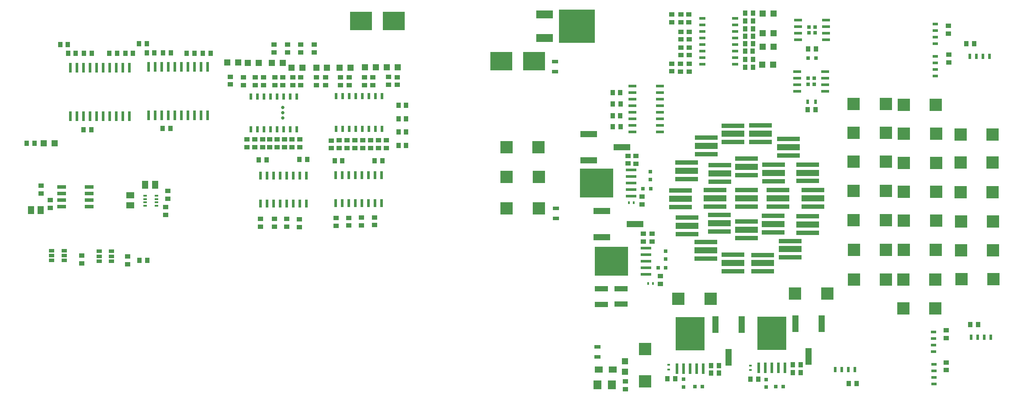
<source format=gbr>
G04 #@! TF.FileFunction,Paste,Top*
%FSLAX46Y46*%
G04 Gerber Fmt 4.6, Leading zero omitted, Abs format (unit mm)*
G04 Created by KiCad (PCBNEW 4.0.1-stable) date 1/20/2016 12:58:46 AM*
%MOMM*%
G01*
G04 APERTURE LIST*
%ADD10C,0.100000*%
%ADD11R,0.600000X1.950000*%
%ADD12R,1.000760X0.899160*%
%ADD13R,0.899160X1.000760*%
%ADD14R,1.498600X1.300480*%
%ADD15R,1.300480X1.498600*%
%ADD16R,4.191000X3.556000*%
%ADD17R,1.000760X0.701040*%
%ADD18C,0.650000*%
%ADD19R,0.600000X1.500000*%
%ADD20R,0.508000X1.143000*%
%ADD21R,0.700000X0.350000*%
%ADD22R,1.798320X0.797560*%
%ADD23R,1.198880X1.198880*%
%ADD24R,0.500000X0.900000*%
%ADD25R,1.300000X0.700000*%
%ADD26R,2.430000X2.370000*%
%ADD27R,0.800000X0.750000*%
%ADD28R,2.370000X2.430000*%
%ADD29R,0.750000X0.800000*%
%ADD30R,0.600000X0.400000*%
%ADD31R,0.400000X0.600000*%
%ADD32R,1.500000X1.200000*%
%ADD33R,1.600200X1.803400*%
%ADD34R,1.193800X3.302000*%
%ADD35R,3.302000X1.193800*%
%ADD36R,1.143000X0.508000*%
%ADD37R,1.500000X0.600000*%
%ADD38R,1.550000X0.600000*%
%ADD39R,0.705000X0.705000*%
%ADD40R,0.596900X1.998980*%
%ADD41R,5.598160X6.499860*%
%ADD42R,1.998980X0.596900*%
%ADD43R,6.499860X5.598160*%
%ADD44R,3.200400X1.600200*%
%ADD45R,7.000240X6.499860*%
%ADD46R,2.500000X1.000000*%
%ADD47R,4.500000X1.300000*%
%ADD48R,4.500000X0.900000*%
%ADD49R,0.600000X1.050000*%
%ADD50R,1.050000X0.600000*%
G04 APERTURE END LIST*
D10*
D11*
X43776900Y-41984660D03*
X45046900Y-41984660D03*
X46316900Y-41984660D03*
X47586900Y-41984660D03*
X48856900Y-41984660D03*
X50126900Y-41984660D03*
X51396900Y-41984660D03*
X52666900Y-41984660D03*
X53936900Y-41984660D03*
X55206900Y-41984660D03*
X55206900Y-32584660D03*
X53936900Y-32584660D03*
X52666900Y-32584660D03*
X51396900Y-32584660D03*
X50126900Y-32584660D03*
X48856900Y-32584660D03*
X47586900Y-32584660D03*
X46316900Y-32584660D03*
X45046900Y-32584660D03*
X43776900Y-32584660D03*
D12*
X39720520Y-70835520D03*
X39720520Y-69331840D03*
X30855920Y-69174360D03*
X30855920Y-70678040D03*
D13*
X87543640Y-50789840D03*
X89047320Y-50789840D03*
X79809340Y-50751740D03*
X81313020Y-50751740D03*
X72989440Y-50523140D03*
X74493120Y-50523140D03*
X65105280Y-50586640D03*
X66608960Y-50586640D03*
D14*
X40215820Y-57508140D03*
X40215820Y-59413140D03*
D15*
X20975320Y-60327540D03*
X22880320Y-60327540D03*
X45041820Y-55399940D03*
X43136820Y-55399940D03*
D13*
X32687260Y-44782740D03*
X31183580Y-44782740D03*
X47967900Y-44541440D03*
X46464220Y-44541440D03*
X36189920Y-29961840D03*
X37693600Y-29961840D03*
X51170840Y-29949140D03*
X52674520Y-29949140D03*
X28171140Y-29936440D03*
X29674820Y-29936440D03*
X43411140Y-29872940D03*
X44914820Y-29872940D03*
X39250620Y-29974540D03*
X40754300Y-29974540D03*
X31275020Y-29936440D03*
X32778700Y-29936440D03*
X54282340Y-29949140D03*
X55786020Y-29949140D03*
X46578520Y-29872940D03*
X48082200Y-29872940D03*
X28138120Y-28234640D03*
X26634440Y-28234640D03*
X43446700Y-28056840D03*
X41943020Y-28056840D03*
D16*
X91307920Y-23688040D03*
X84957920Y-23688040D03*
D13*
X21663660Y-47398940D03*
X20159980Y-47398940D03*
X92174296Y-40048560D03*
X93677976Y-40048560D03*
X92174296Y-42624844D03*
X93677976Y-42624844D03*
X92174295Y-45201130D03*
X93677975Y-45201130D03*
X92174296Y-47777416D03*
X93677976Y-47777416D03*
D12*
X68097760Y-29776420D03*
X68097760Y-28272740D03*
X70674045Y-29776420D03*
X70674045Y-28272740D03*
X73250329Y-29776420D03*
X73250329Y-28272740D03*
X75826615Y-29776420D03*
X75826615Y-28272740D03*
X80055720Y-63393320D03*
X80055720Y-61889640D03*
X82532220Y-63342520D03*
X82532220Y-61838840D03*
X87561420Y-63253620D03*
X87561420Y-61749940D03*
X84983320Y-63317120D03*
X84983320Y-61813440D03*
D13*
X43482260Y-70043040D03*
X41978580Y-70043040D03*
D12*
X88307646Y-48306348D03*
X88307646Y-46802668D03*
X71559420Y-48125380D03*
X71559420Y-46621700D03*
X89831646Y-46797588D03*
X89831646Y-48301268D03*
X73083420Y-46621700D03*
X73083420Y-48125380D03*
X91952546Y-34582728D03*
X91952546Y-36086408D03*
X73273920Y-34620200D03*
X73273920Y-36123880D03*
X90238046Y-34554788D03*
X90238046Y-36058468D03*
X71686420Y-34620200D03*
X71686420Y-36123880D03*
X85246946Y-48331748D03*
X85246946Y-46828068D03*
X68701920Y-48125380D03*
X68701920Y-46621700D03*
X86770946Y-46815368D03*
X86770946Y-48319048D03*
X70098920Y-46621700D03*
X70098920Y-48125380D03*
X68130420Y-63545720D03*
X68130420Y-62042040D03*
X73007220Y-63621920D03*
X73007220Y-62118240D03*
X65438020Y-63545720D03*
X65438020Y-62042040D03*
X70530719Y-63545720D03*
X70530719Y-62042040D03*
X87190046Y-34605588D03*
X87190046Y-36109268D03*
X69781420Y-34620200D03*
X69781420Y-36123880D03*
X85577146Y-34618288D03*
X85577146Y-36121968D03*
X68257420Y-34620200D03*
X68257420Y-36123880D03*
X82211646Y-48344448D03*
X82211646Y-46840768D03*
X65844420Y-48125380D03*
X65844420Y-46621700D03*
X83735646Y-46828067D03*
X83735646Y-48331747D03*
X67241420Y-46621700D03*
X67241420Y-48125380D03*
X82608420Y-34630360D03*
X82608420Y-36134040D03*
X66034920Y-34620200D03*
X66034920Y-36123880D03*
X80957420Y-34630360D03*
X80957420Y-36134040D03*
X64447420Y-34620200D03*
X64447420Y-36123880D03*
X79189045Y-48357148D03*
X79189045Y-46853468D03*
X62859920Y-48125380D03*
X62859920Y-46621700D03*
X80725746Y-46840768D03*
X80725746Y-48344448D03*
X64383920Y-46621700D03*
X64383920Y-48125380D03*
X78099920Y-34630360D03*
X78099920Y-36134040D03*
X62161420Y-34620200D03*
X62161420Y-36123880D03*
X76321920Y-34630360D03*
X76321920Y-36134040D03*
X59621420Y-34493200D03*
X59621420Y-35996880D03*
X22905720Y-57091580D03*
X22905720Y-55587900D03*
X24759920Y-59888120D03*
X24759920Y-58384440D03*
X47492920Y-58145680D03*
X47492920Y-56642000D03*
X47048420Y-59781440D03*
X47048420Y-61285120D03*
D17*
X34196020Y-68328540D03*
X34196020Y-69278500D03*
X34196020Y-70228460D03*
X36593780Y-68328540D03*
X36593780Y-70228460D03*
X36593780Y-69278500D03*
X25013920Y-68214240D03*
X25013920Y-69164200D03*
X25013920Y-70114160D03*
X27411680Y-68214240D03*
X27411680Y-70114160D03*
X27411680Y-69164200D03*
D18*
X69760962Y-41471403D03*
X69760962Y-42471403D03*
X69760962Y-40471403D03*
D19*
X80017620Y-59006740D03*
X81287620Y-59006740D03*
X82557620Y-59006740D03*
X83827620Y-59006740D03*
X85097620Y-59006740D03*
X86367620Y-59006740D03*
X87637620Y-59006740D03*
X88907620Y-59006740D03*
X88907620Y-53606740D03*
X87637620Y-53606740D03*
X86367620Y-53606740D03*
X85097620Y-53606740D03*
X83827620Y-53606740D03*
X82557620Y-53606740D03*
X81287620Y-53606740D03*
X80017620Y-53606740D03*
D20*
X88942646Y-44605568D03*
X86402646Y-44605568D03*
X85132646Y-44605568D03*
X83862646Y-44605568D03*
X82592646Y-44605568D03*
X81322646Y-44605568D03*
X80052646Y-44605568D03*
X80052646Y-38255568D03*
X81322646Y-38255568D03*
X82592646Y-38255568D03*
X83862646Y-38255568D03*
X85132646Y-38255568D03*
X86402646Y-38255568D03*
X87672646Y-38255568D03*
X88942646Y-38255568D03*
X87672646Y-44605568D03*
X72448420Y-44706540D03*
X69908420Y-44706540D03*
X68638420Y-44706540D03*
X67368420Y-44706540D03*
X66098420Y-44706540D03*
X64828420Y-44706540D03*
X63558420Y-44706540D03*
X63558420Y-38356540D03*
X64828420Y-38356540D03*
X66098420Y-38356540D03*
X67368420Y-38356540D03*
X68638420Y-38356540D03*
X69908420Y-38356540D03*
X71178420Y-38356540D03*
X72448420Y-38356540D03*
X71178420Y-44706540D03*
D19*
X65463420Y-59082940D03*
X66733420Y-59082940D03*
X68003420Y-59082940D03*
X69273420Y-59082940D03*
X70543420Y-59082940D03*
X71813420Y-59082940D03*
X73083420Y-59082940D03*
X74353420Y-59082940D03*
X74353420Y-53682940D03*
X73083420Y-53682940D03*
X71813420Y-53682940D03*
X70543420Y-53682940D03*
X69273420Y-53682940D03*
X68003420Y-53682940D03*
X66733420Y-53682940D03*
X65463420Y-53682940D03*
D21*
X45336020Y-57558940D03*
X45336020Y-58208940D03*
X45336020Y-58858940D03*
X45336020Y-59508940D03*
X43086020Y-59508940D03*
X43086020Y-58858940D03*
X43086020Y-58208940D03*
X43086020Y-57558940D03*
D22*
X26918920Y-55819040D03*
X26918920Y-57089040D03*
X26918920Y-58359040D03*
X26918920Y-59629040D03*
X32252920Y-59629040D03*
X32252920Y-58359040D03*
X32252920Y-57089040D03*
X32252920Y-55819040D03*
D11*
X28638500Y-42124360D03*
X29908500Y-42124360D03*
X31178500Y-42124360D03*
X32448500Y-42124360D03*
X33718500Y-42124360D03*
X34988500Y-42124360D03*
X36258500Y-42124360D03*
X37528500Y-42124360D03*
X38798500Y-42124360D03*
X40068500Y-42124360D03*
X40068500Y-32724360D03*
X38798500Y-32724360D03*
X37528500Y-32724360D03*
X36258500Y-32724360D03*
X34988500Y-32724360D03*
X33718500Y-32724360D03*
X32448500Y-32724360D03*
X31178500Y-32724360D03*
X29908500Y-32724360D03*
X28638500Y-32724360D03*
D23*
X23456900Y-47373540D03*
X25554940Y-47373540D03*
X89907846Y-32642168D03*
X92005886Y-32642168D03*
X71493380Y-32705040D03*
X73591420Y-32705040D03*
X85663507Y-32654868D03*
X87761547Y-32654868D03*
X67685920Y-31790640D03*
X69783960Y-31790640D03*
X80764380Y-32705040D03*
X82862420Y-32705040D03*
X62971680Y-31790640D03*
X65069720Y-31790640D03*
X76258420Y-32705040D03*
X78356460Y-32705040D03*
X59009280Y-31765240D03*
X61107320Y-31765240D03*
D12*
X145102143Y-31950085D03*
X145102143Y-33453765D03*
X145102143Y-22450485D03*
X145102143Y-23954165D03*
D24*
X171474263Y-39316085D03*
X172974263Y-39316085D03*
D25*
X130690183Y-88785165D03*
X130690183Y-86885165D03*
D26*
X139986583Y-87270405D03*
X139986583Y-93510405D03*
D13*
X172991343Y-40901045D03*
X171487663Y-40901045D03*
D27*
X171532683Y-30901065D03*
X173032683Y-30901065D03*
D13*
X173034523Y-29112905D03*
X171530843Y-29112905D03*
D28*
X146376343Y-77573565D03*
X152616343Y-77573565D03*
D29*
X147441483Y-94648145D03*
X147441483Y-93148145D03*
D27*
X149587083Y-94533145D03*
X151087083Y-94533145D03*
X143952223Y-71538525D03*
X142452223Y-71538525D03*
D29*
X163425703Y-94655765D03*
X163425703Y-93155765D03*
D27*
X141051543Y-56229945D03*
X139551543Y-56229945D03*
D29*
X143926123Y-69824725D03*
X143926123Y-68324725D03*
D27*
X165248723Y-94583945D03*
X166748723Y-94583945D03*
D29*
X140987343Y-54427245D03*
X140987343Y-52927245D03*
D28*
X186616783Y-39752965D03*
X180376783Y-39752965D03*
X207289843Y-45721965D03*
X201049843Y-45721965D03*
X189962743Y-73829605D03*
X196202743Y-73829605D03*
X186616783Y-45340965D03*
X180376783Y-45340965D03*
X207289843Y-51142325D03*
X201049843Y-51142325D03*
X190038943Y-68025705D03*
X196278943Y-68025705D03*
X186616783Y-50984845D03*
X180376783Y-50984845D03*
X207289843Y-56831925D03*
X201049843Y-56831925D03*
X190115143Y-62399605D03*
X196355143Y-62399605D03*
X186616783Y-56628725D03*
X180376783Y-56628725D03*
X207376203Y-62521525D03*
X201136203Y-62521525D03*
X190115143Y-56760805D03*
X196355143Y-56760805D03*
X169033143Y-76522005D03*
X175273143Y-76522005D03*
X207376203Y-68124765D03*
X201136203Y-68124765D03*
X190115143Y-51198205D03*
X196355143Y-51198205D03*
X186616783Y-62328485D03*
X180376783Y-62328485D03*
X207467643Y-73722925D03*
X201227643Y-73722925D03*
X190074503Y-45559405D03*
X196314503Y-45559405D03*
X186642183Y-68089205D03*
X180402183Y-68089205D03*
X190038943Y-39956165D03*
X196278943Y-39956165D03*
X186642183Y-73839765D03*
X180402183Y-73839765D03*
X189962743Y-79404905D03*
X196202743Y-79404905D03*
D23*
X162668783Y-32143125D03*
X164766823Y-32143125D03*
X162732283Y-28714125D03*
X164830323Y-28714125D03*
X164832863Y-26077605D03*
X162734823Y-26077605D03*
X162732283Y-22211725D03*
X164830323Y-22211725D03*
X136085143Y-91708665D03*
X136085143Y-89610625D03*
D16*
X112092303Y-31482725D03*
X118442303Y-31482725D03*
D30*
X144495083Y-90349345D03*
X144495083Y-91249345D03*
D31*
X140577983Y-74601765D03*
X141477983Y-74601765D03*
D30*
X160359923Y-90450945D03*
X160359923Y-91350945D03*
D31*
X136818783Y-58924885D03*
X137718783Y-58924885D03*
D32*
X130991183Y-91274325D03*
X133691183Y-91274325D03*
D13*
X133651823Y-37558405D03*
X135155503Y-37558405D03*
X133672143Y-39773285D03*
X135175823Y-39773285D03*
X133672143Y-44142085D03*
X135175823Y-44142085D03*
X133651823Y-42069445D03*
X135155503Y-42069445D03*
D12*
X146839503Y-33509645D03*
X146839503Y-32005965D03*
X148515903Y-32018665D03*
X148515903Y-33522345D03*
D13*
X160850143Y-32651125D03*
X159346463Y-32651125D03*
X160824743Y-31152525D03*
X159321063Y-31152525D03*
D12*
X146880143Y-30321945D03*
X146880143Y-28818265D03*
X148465103Y-28818265D03*
X148465103Y-30321945D03*
D13*
X160812043Y-29539625D03*
X159308363Y-29539625D03*
X160837443Y-28104525D03*
X159333763Y-28104525D03*
D12*
X146890303Y-27273945D03*
X146890303Y-25770265D03*
X148465103Y-25770265D03*
X148465103Y-27273945D03*
D13*
X160850143Y-26618625D03*
X159346463Y-26618625D03*
X160837443Y-25170825D03*
X159333763Y-25170825D03*
D12*
X146903003Y-23959245D03*
X146903003Y-22455565D03*
X148452403Y-22430165D03*
X148452403Y-23933845D03*
D13*
X160850143Y-23672225D03*
X159346463Y-23672225D03*
X160850143Y-22122825D03*
X159346463Y-22122825D03*
D33*
X130746063Y-94235965D03*
X133540063Y-94235965D03*
D12*
X136110543Y-93540005D03*
X136110543Y-95043685D03*
D13*
X180895823Y-93956565D03*
X179392143Y-93956565D03*
X144302043Y-93059945D03*
X145805723Y-93059945D03*
X154263923Y-90456445D03*
X152760243Y-90456445D03*
X154263923Y-91942345D03*
X152760243Y-91942345D03*
D12*
X142902503Y-74629705D03*
X142902503Y-73126025D03*
D13*
X160395483Y-93085345D03*
X161899163Y-93085345D03*
D12*
X139402383Y-59260165D03*
X139402383Y-57756485D03*
X139613203Y-64921825D03*
X139613203Y-66425505D03*
D13*
X170103363Y-90342145D03*
X168599683Y-90342145D03*
D12*
X136633783Y-49811365D03*
X136633783Y-51315045D03*
X141315003Y-64921825D03*
X141315003Y-66425505D03*
D13*
X170103363Y-91853445D03*
X168599683Y-91853445D03*
D12*
X138167943Y-49836765D03*
X138167943Y-51340445D03*
X198289743Y-89854465D03*
X198289743Y-91358145D03*
X198779963Y-30243205D03*
X198779963Y-31746885D03*
D13*
X202196263Y-28071505D03*
X203699943Y-28071505D03*
D12*
X198299903Y-83618765D03*
X198299903Y-85122445D03*
X198673283Y-24612025D03*
X198673283Y-26115705D03*
D13*
X202973503Y-82516405D03*
X204477183Y-82516405D03*
D34*
X158680983Y-82506645D03*
X156140983Y-88906645D03*
X153600983Y-82506645D03*
D35*
X131610063Y-60520005D03*
X138010063Y-63060005D03*
X131610063Y-65600005D03*
D34*
X174177523Y-82331385D03*
X171637523Y-88731385D03*
X169097523Y-82331385D03*
D35*
X129044663Y-45620365D03*
X135444663Y-48160365D03*
X129044663Y-50700365D03*
D36*
X151030503Y-32054225D03*
X151030503Y-29514225D03*
X151030503Y-28244225D03*
X151030503Y-26974225D03*
X151030503Y-25704225D03*
X151030503Y-24434225D03*
X151030503Y-23164225D03*
X157380503Y-23164225D03*
X157380503Y-24434225D03*
X157380503Y-25704225D03*
X157380503Y-26974225D03*
X157380503Y-28244225D03*
X157380503Y-29514225D03*
X157380503Y-30784225D03*
X157380503Y-32054225D03*
X151030503Y-30784225D03*
D37*
X137469463Y-36303645D03*
X137469463Y-37573645D03*
X137469463Y-38843645D03*
X137469463Y-40113645D03*
X137469463Y-41383645D03*
X137469463Y-42653645D03*
X137469463Y-43923645D03*
X137469463Y-45193645D03*
X142869463Y-45193645D03*
X142869463Y-43923645D03*
X142869463Y-42653645D03*
X142869463Y-41383645D03*
X142869463Y-40113645D03*
X142869463Y-38843645D03*
X142869463Y-37573645D03*
X142869463Y-36303645D03*
D38*
X169448063Y-33474085D03*
X169448063Y-34744085D03*
X169448063Y-36014085D03*
X169448063Y-37284085D03*
X174848063Y-37284085D03*
X174848063Y-36014085D03*
X174848063Y-34744085D03*
X174848063Y-33474085D03*
D39*
X172735563Y-35966585D03*
X172735563Y-34791585D03*
X171560563Y-35966585D03*
X171560563Y-34791585D03*
D38*
X169608083Y-23514745D03*
X169608083Y-24784745D03*
X169608083Y-26054745D03*
X169608083Y-27324745D03*
X175008083Y-27324745D03*
X175008083Y-26054745D03*
X175008083Y-24784745D03*
X175008083Y-23514745D03*
D39*
X172895583Y-26007245D03*
X172895583Y-24832245D03*
X171720583Y-26007245D03*
X171720583Y-24832245D03*
D40*
X146171483Y-91040645D03*
X151251483Y-91040645D03*
D41*
X148711483Y-84342665D03*
D40*
X147441483Y-91040645D03*
X148711483Y-91040645D03*
X149981483Y-91040645D03*
D42*
X140133903Y-72823765D03*
X140133903Y-67743765D03*
D43*
X133435923Y-70283765D03*
D42*
X140133903Y-71553765D03*
X140133903Y-70283765D03*
X140133903Y-69013765D03*
D40*
X161960123Y-90926345D03*
X167040123Y-90926345D03*
D41*
X164500123Y-84228365D03*
D40*
X163230123Y-90926345D03*
X164500123Y-90926345D03*
X165770123Y-90926345D03*
D42*
X137278943Y-57601545D03*
X137278943Y-52521545D03*
D43*
X130580963Y-55061545D03*
D42*
X137278943Y-56331545D03*
X137278943Y-55061545D03*
X137278943Y-53791545D03*
D25*
X122506303Y-33463965D03*
X122506303Y-31563965D03*
X122648543Y-61911965D03*
X122648543Y-60011965D03*
D28*
X113127743Y-59986605D03*
X119367743Y-59986605D03*
D44*
X120469223Y-22420005D03*
X120469223Y-27022485D03*
D45*
X126717623Y-24721245D03*
D28*
X113097263Y-48134965D03*
X119337263Y-48134965D03*
X113127743Y-53941405D03*
X119367743Y-53941405D03*
D46*
X131502983Y-75606205D03*
X131502983Y-78606205D03*
X135272343Y-75550325D03*
X135272343Y-78550325D03*
D47*
X159580143Y-58081605D03*
D48*
X159580143Y-56481605D03*
X159580143Y-59681605D03*
D47*
X153484143Y-58081605D03*
D48*
X153484143Y-56481605D03*
X153484143Y-59681605D03*
D47*
X146793783Y-58142565D03*
D48*
X146793783Y-56542565D03*
X146793783Y-59742565D03*
D47*
X171426703Y-63110805D03*
D48*
X171426703Y-61510805D03*
X171426703Y-64710805D03*
D47*
X154449343Y-53230205D03*
D48*
X154449343Y-51630205D03*
X154449343Y-54830205D03*
D47*
X148012983Y-52732365D03*
D48*
X148012983Y-51132365D03*
X148012983Y-54332365D03*
D47*
X168048503Y-67916485D03*
D48*
X168048503Y-66316485D03*
X168048503Y-69516485D03*
D47*
X159580143Y-51985605D03*
D48*
X159580143Y-50385605D03*
X159580143Y-53585605D03*
D47*
X151843303Y-47911445D03*
D48*
X151843303Y-46311445D03*
X151843303Y-49511445D03*
D47*
X162765303Y-70624125D03*
D48*
X162765303Y-69024125D03*
X162765303Y-72224125D03*
D47*
X164837943Y-53166705D03*
D48*
X164837943Y-51566705D03*
X164837943Y-54766705D03*
D47*
X156953783Y-45564485D03*
D48*
X156953783Y-43964485D03*
X156953783Y-47164485D03*
D47*
X156984263Y-70598725D03*
D48*
X156984263Y-68998725D03*
X156984263Y-72198725D03*
D47*
X165676143Y-58081605D03*
D48*
X165676143Y-56481605D03*
X165676143Y-59681605D03*
D47*
X162292863Y-45508605D03*
D48*
X162292863Y-43908605D03*
X162292863Y-47108605D03*
D47*
X151736623Y-68140005D03*
D48*
X151736623Y-66540005D03*
X151736623Y-69740005D03*
D47*
X164799843Y-63021905D03*
D48*
X164799843Y-61421905D03*
X164799843Y-64621905D03*
D47*
X167738623Y-48134965D03*
D48*
X167738623Y-46534965D03*
X167738623Y-49734965D03*
D47*
X148048543Y-63364805D03*
D48*
X148048543Y-61764805D03*
X148048543Y-64964805D03*
D47*
X159580143Y-64177605D03*
D48*
X159580143Y-62577605D03*
X159580143Y-65777605D03*
D47*
X171426703Y-53108285D03*
D48*
X171426703Y-51508285D03*
X171426703Y-54708285D03*
D47*
X154335043Y-62856805D03*
D48*
X154335043Y-61256805D03*
X154335043Y-64456805D03*
D47*
X172432543Y-58081605D03*
D48*
X172432543Y-56481605D03*
X172432543Y-59681605D03*
D49*
X205361103Y-30580505D03*
X206631103Y-30580505D03*
X204091103Y-30580505D03*
X202821103Y-30580505D03*
D50*
X196184603Y-33052445D03*
X196184603Y-34322445D03*
X196184603Y-31782445D03*
X196184603Y-30512445D03*
X196189683Y-26831985D03*
X196189683Y-28101985D03*
X196189683Y-25561985D03*
X196189683Y-24291985D03*
D49*
X205693843Y-84949205D03*
X206963843Y-84949205D03*
X204423843Y-84949205D03*
X203153843Y-84949205D03*
D50*
X195907743Y-92752605D03*
X195907743Y-94022605D03*
X195907743Y-91482605D03*
X195907743Y-90212605D03*
X195841703Y-86544845D03*
X195841703Y-87814845D03*
X195841703Y-85274845D03*
X195841703Y-84004845D03*
D49*
X178086583Y-91269765D03*
X176816583Y-91269765D03*
X179356583Y-91269765D03*
X180626583Y-91269765D03*
M02*

</source>
